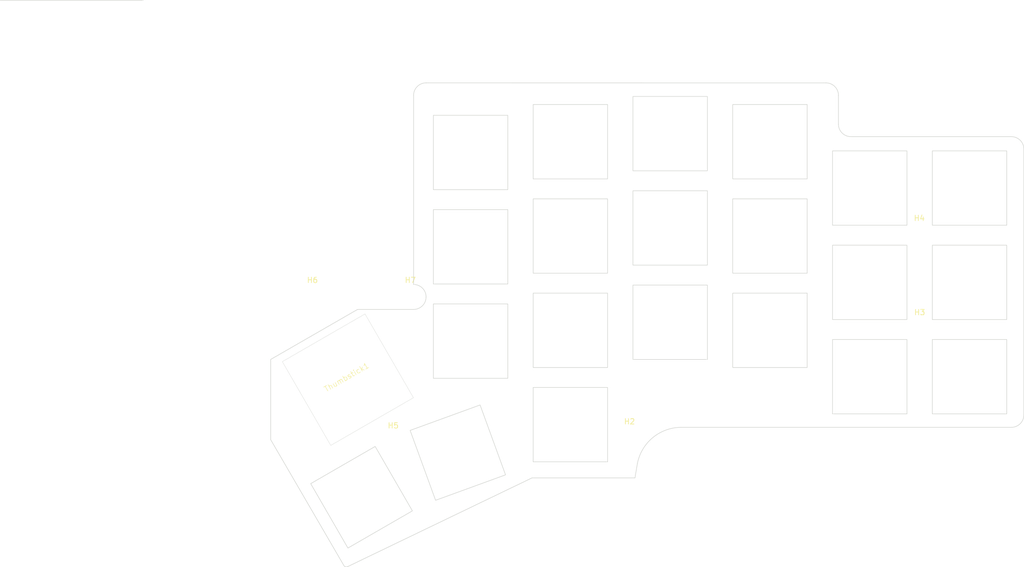
<source format=kicad_pcb>
(kicad_pcb (version 20221018) (generator pcbnew)
  (layers (0 "F.Cu" signal) (31 "B.Cu" signal) (34 "B.Paste" user) (35 "F.Paste" user) (36 "B.SilkS" user "B.Silkscreen") (37 "F.SilkS" user "F.Silkscreen") (38 "B.Mask" user) (39 "F.Mask" user) (44 "Edge.Cuts" user))
  (net 0 "")
  (footprint "MountingHole:MountingHole_2.1mm" (layer "F.Cu") (at 134.69 122.74)
    (fp_text reference "H2" (at 0 -3.2) (layer "F.SilkS"))
    (fp_text value "Mounting_Hole")
    (pad "" np_thru_hole circle (at 0 0) (size 2.1 2.1) (drill 2.1) (layers "*.Cu" "*.Mask"))
  )
  (footprint "mylocal_footprints:Adafruit 2765 Through Hole" (layer "F.Cu") (at 82.485386 111.769665 30)
    (fp_text reference "Thumbstick1" (at 0 -0.5 30 unlocked) (layer "F.SilkS") (effects (font (thickness 0.1))))
    (fp_text value "~")
    (fp_rect (start -8.85 -8.975) (end 8.85 8.975) (stroke (width 0.05)) (fill none) (layer "Edge.Cuts"))
  )
  (footprint "mylocal_footprints:Choc_1350_Mount" (layer "F.Cu") (at 179.231753 93.715542 180)
    (fp_text reference "S11" hide)
    (fp_text value "Keyswitch")
    (fp_rect (start -6.9 -6.9) (end 6.9 6.9) (stroke (width 0.1)) (fill none) (layer "Edge.Cuts"))
  )
  (footprint "mylocal_footprints:Choc_1350_Mount" (layer "F.Cu") (at 142.231753 66.115542 180)
    (fp_text reference "S3" hide)
    (fp_text value "Keyswitch")
    (fp_rect (start -6.9 -6.9) (end 6.9 6.9) (stroke (width 0.1)) (fill none) (layer "Edge.Cuts"))
  )
  (footprint "mylocal_footprints:Choc_1350_Mount" (layer "F.Cu") (at 102.867959 125.306653 -160)
    (fp_text reference "S20" hide)
    (fp_text value "Keyswitch")
    (fp_rect (start -6.9 -6.9) (end 6.9 6.9) (stroke (width 0.1)) (fill none) (layer "Edge.Cuts"))
  )
  (footprint "mylocal_footprints:Choc_1350_Mount" (layer "F.Cu") (at 197.731753 76.215542 180)
    (fp_text reference "S6" hide)
    (fp_text value "Keyswitch")
    (fp_rect (start -6.9 -6.9) (end 6.9 6.9) (stroke (width 0.1)) (fill none) (layer "Edge.Cuts"))
  )
  (footprint "mylocal_footprints:Choc_1350_Mount" (layer "F.Cu") (at 142.231753 83.615542 180)
    (fp_text reference "S9" hide)
    (fp_text value "Keyswitch")
    (fp_rect (start -6.9 -6.9) (end 6.9 6.9) (stroke (width 0.1)) (fill none) (layer "Edge.Cuts"))
  )
  (footprint "mylocal_footprints:Choc_1350_Mount" (layer "F.Cu") (at 160.731753 85.115542 180)
    (fp_text reference "S10" hide)
    (fp_text value "Keyswitch")
    (fp_rect (start -6.9 -6.9) (end 6.9 6.9) (stroke (width 0.1)) (fill none) (layer "Edge.Cuts"))
  )
  (footprint "mylocal_footprints:Choc_1350_Mount" (layer "F.Cu") (at 179.231753 76.215542 180)
    (fp_text reference "S5" hide)
    (fp_text value "Keyswitch")
    (fp_rect (start -6.9 -6.9) (end 6.9 6.9) (stroke (width 0.1)) (fill none) (layer "Edge.Cuts"))
  )
  (footprint "mylocal_footprints:Choc_1350_Mount" (layer "F.Cu") (at 197.731753 93.715542 180)
    (fp_text reference "S12" hide)
    (fp_text value "Keyswitch")
    (fp_rect (start -6.9 -6.9) (end 6.9 6.9) (stroke (width 0.1)) (fill none) (layer "Edge.Cuts"))
  )
  (footprint "mylocal_footprints:Choc_1350_Mount" (layer "F.Cu") (at 123.731753 67.615542 180)
    (fp_text reference "S2" hide)
    (fp_text value "Keyswitch")
    (fp_rect (start -6.9 -6.9) (end 6.9 6.9) (stroke (width 0.1)) (fill none) (layer "Edge.Cuts"))
  )
  (footprint "mylocal_footprints:Choc_1350_Mount" (layer "F.Cu") (at 105.231753 104.615542 180)
    (fp_text reference "S13" hide)
    (fp_text value "Keyswitch")
    (fp_rect (start -6.9 -6.9) (end 6.9 6.9) (stroke (width 0.1)) (fill none) (layer "Edge.Cuts"))
  )
  (footprint "mylocal_footprints:Choc_1350_Mount" (layer "F.Cu") (at 105.231753 87.115542 180)
    (fp_text reference "S7" hide)
    (fp_text value "Keyswitch")
    (fp_rect (start -6.9 -6.9) (end 6.9 6.9) (stroke (width 0.1)) (fill none) (layer "Edge.Cuts"))
  )
  (footprint "mylocal_footprints:Choc_1350_Mount" (layer "F.Cu") (at 197.731753 111.215542 180)
    (fp_text reference "S18" hide)
    (fp_text value "Keyswitch")
    (fp_rect (start -6.9 -6.9) (end 6.9 6.9) (stroke (width 0.1)) (fill none) (layer "Edge.Cuts"))
  )
  (footprint "MountingHole:MountingHole_2.1mm" (layer "F.Cu") (at 113.33 60.03)
    (fp_text reference "H1" hide)
    (fp_text value "Mounting_Hole")
    (pad "" np_thru_hole circle (at 0 0) (size 2.1 2.1) (drill 2.1) (layers "*.Cu" "*.Mask"))
  )
  (footprint "mylocal_footprints:Choc_1350_Mount" (layer "F.Cu") (at 160.731753 102.615542 180)
    (fp_text reference "S16" hide)
    (fp_text value "Keyswitch")
    (fp_rect (start -6.9 -6.9) (end 6.9 6.9) (stroke (width 0.1)) (fill none) (layer "Edge.Cuts"))
  )
  (footprint "MountingHole:MountingHole_2.1mm" (layer "F.Cu") (at 90.89 123.49)
    (fp_text reference "H5" (at 0 -3.2) (layer "F.SilkS"))
    (fp_text value "Mounting_Hole")
    (pad "" np_thru_hole circle (at 0 0) (size 2.1 2.1) (drill 2.1) (layers "*.Cu" "*.Mask"))
  )
  (footprint "MountingHole:MountingHole_2.1mm" (layer "F.Cu") (at 75.91 96.5)
    (fp_text reference "H6" (at 0 -3.2) (layer "F.SilkS"))
    (fp_text value "Mounting_Hole")
    (pad "" np_thru_hole circle (at 0 0) (size 2.1 2.1) (drill 2.1) (layers "*.Cu" "*.Mask"))
  )
  (footprint "mylocal_footprints:Choc_1350_Mount" (layer "F.Cu") (at 160.731753 67.615542 180)
    (fp_text reference "S4" hide)
    (fp_text value "Keyswitch")
    (fp_rect (start -6.9 -6.9) (end 6.9 6.9) (stroke (width 0.1)) (fill none) (layer "Edge.Cuts"))
  )
  (footprint "MountingHole:MountingHole_2.1mm" (layer "F.Cu") (at 188.43 85)
    (fp_text reference "H4" (at 0 -3.2) (layer "F.SilkS"))
    (fp_text value "Mounting_Hole")
    (pad "" np_thru_hole circle (at 0 0) (size 2.1 2.1) (drill 2.1) (layers "*.Cu" "*.Mask"))
  )
  (footprint "MountingHole:MountingHole_2.1mm" (layer "F.Cu") (at 94.06 96.5)
    (fp_text reference "H7" (at 0 -3.2) (layer "F.SilkS"))
    (fp_text value "Mounting_Hole")
    (pad "" np_thru_hole circle (at 0 0) (size 2.1 2.1) (drill 2.1) (layers "*.Cu" "*.Mask"))
  )
  (footprint "mylocal_footprints:Choc_1350_Mount" (layer "F.Cu") (at 123.731753 120.115542 180)
    (fp_text reference "S21" hide)
    (fp_text value "Keyswitch")
    (fp_rect (start -6.9 -6.9) (end 6.9 6.9) (stroke (width 0.1)) (fill none) (layer "Edge.Cuts"))
  )
  (footprint "mylocal_footprints:Choc_1350_Mount" (layer "F.Cu") (at 123.731753 102.615542 180)
    (fp_text reference "S14" hide)
    (fp_text value "Keyswitch")
    (fp_rect (start -6.9 -6.9) (end 6.9 6.9) (stroke (width 0.1)) (fill none) (layer "Edge.Cuts"))
  )
  (footprint "mylocal_footprints:Choc_1350_Mount" (layer "F.Cu") (at 123.731753 85.115542 180)
    (fp_text reference "S8" hide)
    (fp_text value "Keyswitch")
    (fp_rect (start -6.9 -6.9) (end 6.9 6.9) (stroke (width 0.1)) (fill none) (layer "Edge.Cuts"))
  )
  (footprint "mylocal_footprints:Choc_1350_Mount" (layer "F.Cu") (at 85.016268 133.585542 120)
    (fp_text reference "S19" hide)
    (fp_text value "Keyswitch")
    (fp_rect (start -6.9 -6.9) (end 6.9 6.9) (stroke (width 0.1)) (fill none) (layer "Edge.Cuts"))
  )
  (footprint "mylocal_footprints:Choc_1350_Mount" (layer "F.Cu") (at 105.231753 69.615542 180)
    (fp_text reference "S1" hide)
    (fp_text value "Keyswitch")
    (fp_rect (start -6.9 -6.9) (end 6.9 6.9) (stroke (width 0.1)) (fill none) (layer "Edge.Cuts"))
  )
  (footprint "mylocal_footprints:Choc_1350_Mount" (layer "F.Cu") (at 142.231753 101.115542 180)
    (fp_text reference "S15" hide)
    (fp_text value "Keyswitch")
    (fp_rect (start -6.9 -6.9) (end 6.9 6.9) (stroke (width 0.1)) (fill none) (layer "Edge.Cuts"))
  )
  (footprint "MountingHole:MountingHole_2.1mm" (layer "F.Cu") (at 188.49 102.48)
    (fp_text reference "H3" (at 0 -3.2) (layer "F.SilkS"))
    (fp_text value "Mounting_Hole")
    (pad "" np_thru_hole circle (at 0 0) (size 2.1 2.1) (drill 2.1) (layers "*.Cu" "*.Mask"))
  )
  (footprint "mylocal_footprints:Choc_1350_Mount" (layer "F.Cu") (at 179.231753 111.215542 180)
    (fp_text reference "S17" hide)
    (fp_text value "Keyswitch")
    (fp_rect (start -6.9 -6.9) (end 6.9 6.9) (stroke (width 0.1)) (fill none) (layer "Edge.Cuts"))
  )
  (gr_line (start 68.17 122.9) (end 81.72 146.22) (stroke (width 0.1)) (layer "Edge.Cuts"))
  (gr_line (start 135.705877 130) (end 136.16 127.31) (stroke (width 0.1)) (layer "Edge.Cuts"))
  (gr_line (start 84.28 98.735) (end 94.66 98.735) (stroke (width 0.1)) (layer "Edge.Cuts"))
  (gr_line (start 18.04 41.37) (end 44.54 41.37) (stroke (width 0.1)) (layer "Edge.Cuts"))
  (gr_line (start 116.61 130) (end 135.705877 130) (stroke (width 0.1)) (layer "Edge.Cuts"))
  (gr_line (start 207.800128 118.303038) (end 207.800019 68.986962) (stroke (width 0.1)) (layer "Edge.Cuts"))
  (gr_arc (start 171.11 56.699999) (mid 172.749891 57.373034) (end 173.430019 59.009997) (stroke (width 0.1)) (layer "Edge.Cuts"))
  (gr_arc (start 94.670021 94.104983) (mid 96.306984 94.78511) (end 96.980019 96.425002) (stroke (width 0.1)) (layer "Edge.Cuts"))
  (gr_line (start 173.430019 59.009997) (end 173.43 64.363037) (stroke (width 0.1)) (layer "Edge.Cuts"))
  (gr_line (start 82.4479 146.455968) (end 116.61 130) (stroke (width 0.1)) (layer "Edge.Cuts"))
  (gr_line (start 144.31 120.612498) (end 205.480109 120.613036) (stroke (width 0.1)) (layer "Edge.Cuts"))
  (gr_arc (start 96.980019 96.425002) (mid 96.299892 98.061965) (end 94.66 98.735) (stroke (width 0.1)) (layer "Edge.Cuts"))
  (gr_arc (start 205.48 66.676964) (mid 207.119892 67.35) (end 207.800019 68.986962) (stroke (width 0.1)) (layer "Edge.Cuts"))
  (gr_arc (start 136.160001 127.31) (mid 139.035556 122.50168) (end 144.31 120.612498) (stroke (width 0.1)) (layer "Edge.Cuts"))
  (gr_line (start 205.48 66.676964) (end 175.750019 66.673035) (stroke (width 0.1)) (layer "Edge.Cuts"))
  (gr_line (start 68.179872 108.01) (end 84.28 98.735) (stroke (width 0.1)) (layer "Edge.Cuts"))
  (gr_line (start 171.11 56.699999) (end 96.989892 56.696965) (stroke (width 0.1)) (layer "Edge.Cuts"))
  (gr_arc (start 94.669873 59.006963) (mid 95.35 57.37) (end 96.989892 56.696965) (stroke (width 0.1)) (layer "Edge.Cuts"))
  (gr_line (start 94.669873 59.006963) (end 94.670021 94.104983) (stroke (width 0.1)) (layer "Edge.Cuts"))
  (gr_line (start 68.179872 108.01) (end 68.179872 122.9) (stroke (width 0.1)) (layer "Edge.Cuts"))
  (gr_arc (start 175.750019 66.673035) (mid 174.110128 66) (end 173.43 64.363037) (stroke (width 0.1)) (layer "Edge.Cuts"))
  (gr_arc (start 82.4479 146.455968) (mid 82.034507 146.490502) (end 81.72 146.22) (stroke (width 0.1)) (layer "Edge.Cuts"))
  (gr_arc (start 207.800128 118.303038) (mid 207.12 119.94) (end 205.480109 120.613036) (stroke (width 0.1)) (layer "Edge.Cuts"))
)
</source>
